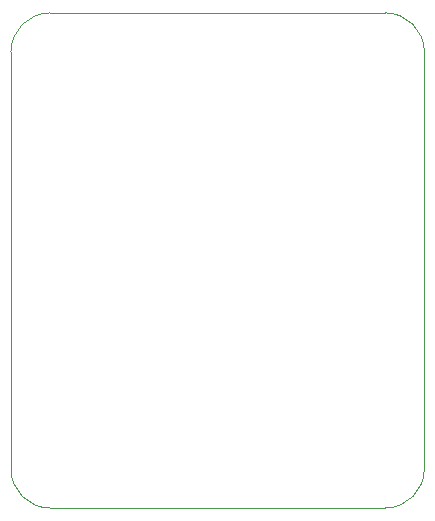
<source format=gbr>
%TF.GenerationSoftware,KiCad,Pcbnew,6.0.10-86aedd382b~118~ubuntu22.04.1*%
%TF.CreationDate,2023-02-07T20:01:53+01:00*%
%TF.ProjectId,ioBoard,696f426f-6172-4642-9e6b-696361645f70,rev?*%
%TF.SameCoordinates,Original*%
%TF.FileFunction,Profile,NP*%
%FSLAX46Y46*%
G04 Gerber Fmt 4.6, Leading zero omitted, Abs format (unit mm)*
G04 Created by KiCad (PCBNEW 6.0.10-86aedd382b~118~ubuntu22.04.1) date 2023-02-07 20:01:53*
%MOMM*%
%LPD*%
G01*
G04 APERTURE LIST*
%TA.AperFunction,Profile*%
%ADD10C,0.100000*%
%TD*%
G04 APERTURE END LIST*
D10*
X83302000Y-80000000D02*
X111698000Y-80000000D01*
X111698000Y-121920000D02*
G75*
G03*
X115000000Y-118618000I0J3302000D01*
G01*
X115000000Y-83302000D02*
X115000000Y-118618000D01*
X83302000Y-80000000D02*
G75*
G03*
X80000000Y-83302000I0J-3302000D01*
G01*
X115000000Y-83302000D02*
G75*
G03*
X111698000Y-80000000I-3302000J0D01*
G01*
X80000000Y-118618000D02*
X80000000Y-83302000D01*
X80000000Y-118618000D02*
G75*
G03*
X83302000Y-121920000I3302000J0D01*
G01*
X83302000Y-121920000D02*
X111698000Y-121920000D01*
M02*

</source>
